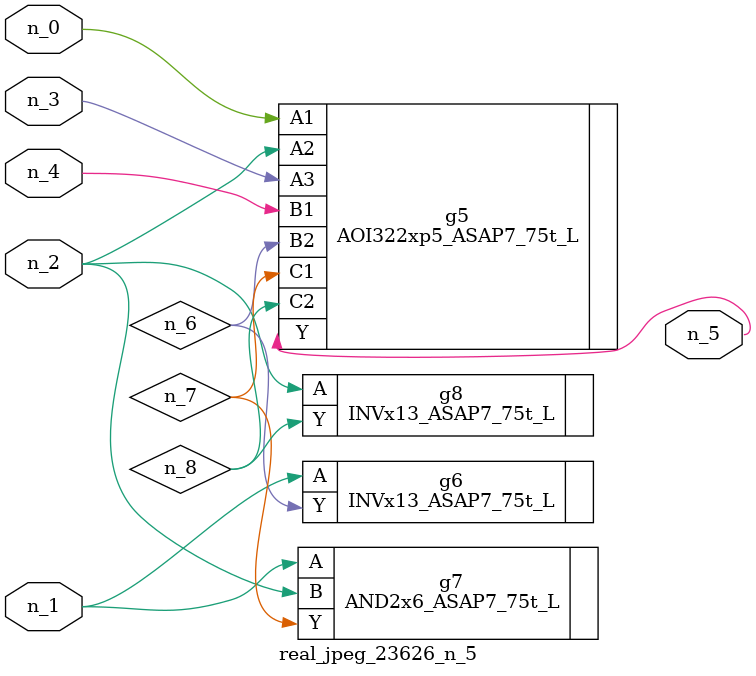
<source format=v>
module real_jpeg_23626_n_5 (n_4, n_0, n_1, n_2, n_3, n_5);

input n_4;
input n_0;
input n_1;
input n_2;
input n_3;

output n_5;

wire n_8;
wire n_6;
wire n_7;

AOI322xp5_ASAP7_75t_L g5 ( 
.A1(n_0),
.A2(n_2),
.A3(n_3),
.B1(n_4),
.B2(n_6),
.C1(n_7),
.C2(n_8),
.Y(n_5)
);

INVx13_ASAP7_75t_L g6 ( 
.A(n_1),
.Y(n_6)
);

AND2x6_ASAP7_75t_L g7 ( 
.A(n_1),
.B(n_2),
.Y(n_7)
);

INVx13_ASAP7_75t_L g8 ( 
.A(n_2),
.Y(n_8)
);


endmodule
</source>
